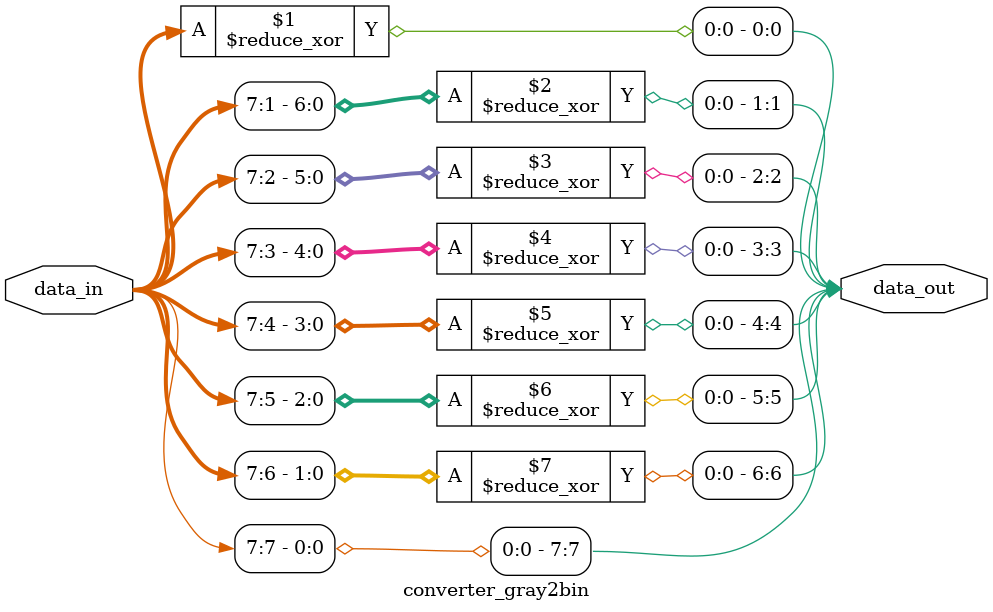
<source format=sv>
`ifndef CONVERTER_GRAY2BIN_SV
`define CONVERTER_GRAY2BIN_SV

`timescale 1ns / 1ps

module converter_gray2bin #(
    parameter logic [31:0] DATA_WIDTH = 8

) (
    input  logic [DATA_WIDTH-1:0] data_in,
    output logic [DATA_WIDTH-1:0] data_out
);

    generate
        genvar i;
        for (i = 0; i < DATA_WIDTH; i = i + 1) begin : gen_bin
            assign data_out[i] = ^data_in[DATA_WIDTH-1:i];
        end
    endgenerate

endmodule

`endif

</source>
